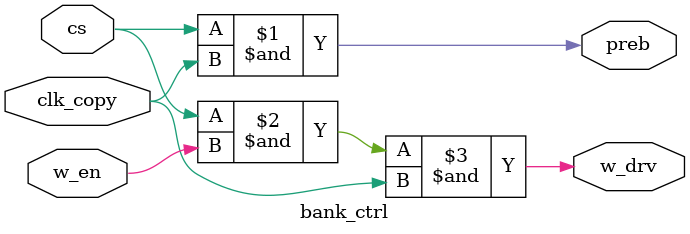
<source format=v>
module bank_ctrl (
    input  clk_copy,
    input  w_en,    
    input  cs,
    output preb,
    output w_drv
);
    assign preb = cs & clk_copy;
    assign w_drv = cs & w_en & clk_copy;

endmodule
</source>
